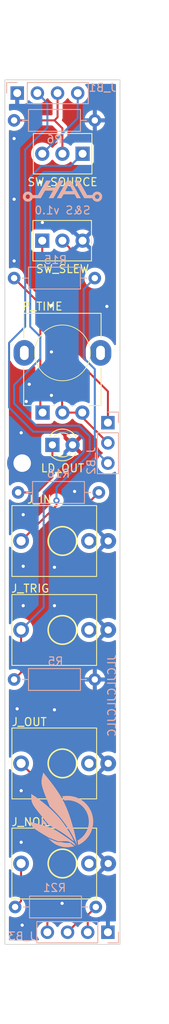
<source format=kicad_pcb>
(kicad_pcb (version 20211014) (generator pcbnew)
  (layers (0 "F.Cu" signal) (31 "B.Cu" signal) (34 "B.Paste" user) (35 "F.Paste" user) (36 "B.SilkS" user "B.Silkscreen") (37 "F.SilkS" user "F.Silkscreen") (38 "B.Mask" user) (39 "F.Mask" user) (44 "Edge.Cuts" user))
  (net 0 "")
  (net 1 "GND")
  (net 2 "Net-(J_NOISE1-PadSIG)")
  (net 3 "Net-(J_B3-Pad2)")
  (net 4 "Net-(J_B3-Pad3)")
  (net 5 "Net-(LD_OUT1-Pad1)")
  (net 6 "Net-(J_B2-Pad3)")
  (net 7 "Net-(J_B1-Pad3)")
  (net 8 "Net-(J_B1-Pad2)")
  (net 9 "Net-(J_IN1-PadSIG)")
  (net 10 "Net-(J_B1-Pad4)")
  (net 11 "Net-(J_B2-Pad2)")
  (net 12 "Net-(J_B2-Pad1)")
  (net 14 "Net-(J_B3-Pad4)")
  (net 18 "Net-(P_TIME1-Pad1)")
  (footprint "Eurorack:M2 Screw Hole" (layer "F.Cu") (at 30.734 85.979)
    (fp_text reference "REF**" hide)
    (fp_text value "M2 Screw Hole" hide)
    (pad "" thru_hole circle (at 0 0) (size 3.8 3.8) (drill 2.2) (layers *.Cu *.Mask) (net 1 "GND"))
  )
  (footprint "Eurorack:PJ301M-12" (layer "F.Cu") (at 35.803 123.698 90)
    (fp_text reference "J_OUT1" hide)
    (fp_text value "PJ301M-12" hide)
    (pad "GND" thru_hole circle (at 0 5.766 90) (size 2 2) (drill 0.9) (layers *.Cu *.Mask) (net 1 "GND"))
    (pad "SIG" thru_hole circle (at 0 -5.207 90) (size 2 2) (drill 1.15) (layers *.Cu *.Mask) (net 14 "Net-(J_B3-Pad4)"))
    (pad "SW" thru_hole circle (at 0 3.353 90) (size 2 2) (drill 1.14) (layers *.Cu *.Mask))
    (zone (net 0) (net_name "") (layer "F.Cu") (connect_pads (clearance 0)) (min_thickness 0.254)
      (keepout (tracks not_allowed) (vias not_allowed) (pads not_allowed) (copperpour not_allowed) (footprints allowed))
      (fill (thermal_gap 0.508) (thermal_bridge_width 0.508))
      (polygon (pts (xy 35.803 122.192859) (xy 35.557171 122.21307) (xy 35.317945 122.273159) (xy 35.091744 122.371514) (xy 34.884645 122.505492) (xy 34.70221 122.671496) (xy 34.549336 122.865068) (xy 34.430131 123.081008) (xy 34.347794 123.313518) (xy 34.304539 123.556354) (xy 34.301525 123.802993) (xy 34.338835 124.046813) (xy 34.415466 124.281266) (xy 34.52936 124.500054) (xy 34.677458 124.697303) (xy 34.855784 124.867714) (xy 35.059548 125.006712) (xy 35.283278 125.110564) (xy 35.520965 125.176481) (xy 35.766226 125.202692) (xy 36.012475 125.188493) (xy 36.253099 125.134266) (xy 36.481634 125.041468) (xy 36.691945 124.912589) (xy 36.878382 124.751092) (xy 37.035939 124.561313) (xy 37.160385 124.34835) (xy 37.248377 124.117921) (xy 37.297553 123.876215) (xy 37.306592 123.629722) (xy 37.27525 123.385064) (xy 37.20437 123.148809) (xy 37.095856 122.927303) (xy 36.952621 122.726495) (xy 36.778512 122.551777) (xy 36.578205 122.407842) (xy 36.357079 122.298555) (xy 36.121074 122.226851) (xy 35.876526 122.194656)))
    )
  )
  (footprint "Eurorack:SPDT" (layer "F.Cu") (at 35.803 47.117 -90)
    (fp_text reference "SW_SOURCE1" hide)
    (fp_text value "SW_SPDT")
    (pad "1" thru_hole rect (at 0 -2.54 270) (size 1.8 1.8) (drill 1) (layers *.Cu *.Mask) (net 9 "Net-(J_IN1-PadSIG)"))
    (pad "2" thru_hole circle (at 0 0 270) (size 1.8 1.8) (drill 1) (layers *.Cu *.Mask) (net 7 "Net-(J_B1-Pad3)"))
    (pad "3" thru_hole circle (at 0 2.54 270) (size 1.8 1.8) (drill 1) (layers *.Cu *.Mask) (net 10 "Net-(J_B1-Pad4)"))
  )
  (footprint "Eurorack:SPDT" (layer "F.Cu") (at 35.803 58.039 90)
    (fp_text reference "SW_SLEW1" hide)
    (fp_text value "SW_SPDT")
    (pad "1" thru_hole rect (at 0 -2.54 90) (size 1.8 1.8) (drill 1) (layers *.Cu *.Mask) (net 11 "Net-(J_B2-Pad2)"))
    (pad "2" thru_hole circle (at 0 0 90) (size 1.8 1.8) (drill 1) (layers *.Cu *.Mask) (net 12 "Net-(J_B2-Pad1)"))
    (pad "3" thru_hole circle (at 0 2.54 90) (size 1.8 1.8) (drill 1) (layers *.Cu *.Mask) (net 1 "GND"))
  )
  (footprint "Eurorack:PJ301M-12" (layer "F.Cu") (at 35.803 95.758 90)
    (fp_text reference "J_IN1" hide)
    (fp_text value "PJ301M-12" hide)
    (pad "GND" thru_hole circle (at 0 5.766 90) (size 2 2) (drill 0.9) (layers *.Cu *.Mask) (net 1 "GND"))
    (pad "SIG" thru_hole circle (at 0 -5.207 90) (size 2 2) (drill 1.15) (layers *.Cu *.Mask) (net 9 "Net-(J_IN1-PadSIG)"))
    (pad "SW" thru_hole circle (at 0 3.353 90) (size 2 2) (drill 1.14) (layers *.Cu *.Mask))
    (zone (net 0) (net_name "") (layer "F.Cu") (connect_pads (clearance 0)) (min_thickness 0.254)
      (keepout (tracks not_allowed) (vias not_allowed) (pads not_allowed) (copperpour not_allowed) (footprints allowed))
      (fill (thermal_gap 0.508) (thermal_bridge_width 0.508))
      (polygon (pts (xy 35.803 94.252859) (xy 35.557171 94.27307) (xy 35.317945 94.333159) (xy 35.091744 94.431514) (xy 34.884645 94.565492) (xy 34.70221 94.731496) (xy 34.549336 94.925068) (xy 34.430131 95.141008) (xy 34.347794 95.373518) (xy 34.304539 95.616354) (xy 34.301525 95.862993) (xy 34.338835 96.106813) (xy 34.415466 96.341266) (xy 34.52936 96.560054) (xy 34.677458 96.757303) (xy 34.855784 96.927714) (xy 35.059548 97.066712) (xy 35.283278 97.170564) (xy 35.520965 97.236481) (xy 35.766226 97.262692) (xy 36.012475 97.248493) (xy 36.253099 97.194266) (xy 36.481634 97.101468) (xy 36.691945 96.972589) (xy 36.878382 96.811092) (xy 37.035939 96.621313) (xy 37.160385 96.40835) (xy 37.248377 96.177921) (xy 37.297553 95.936215) (xy 37.306592 95.689722) (xy 37.27525 95.445064) (xy 37.20437 95.208809) (xy 37.095856 94.987303) (xy 36.952621 94.786495) (xy 36.778512 94.611777) (xy 36.578205 94.467842) (xy 36.357079 94.358555) (xy 36.121074 94.286851) (xy 35.876526 94.254656)))
    )
  )
  (footprint "Eurorack:Potentiometer Alpha RD901F-40-00D" (layer "F.Cu") (at 35.803 72.136 90)
    (fp_text reference "P_TIME1" hide)
    (fp_text value "A1M" hide)
    (pad "" thru_hole oval (at 0.0052 4.8 180) (size 2.72 3.24) (drill oval 1.1 1.8) (layers *.Cu *.Mask))
    (pad "" thru_hole oval (at 0.0052 -4.8 180) (size 2.72 3.24) (drill oval 1.1 1.8) (layers *.Cu *.Mask))
    (pad "1" thru_hole rect (at -7.4948 -2.5 180) (size 1.8 1.8) (drill 1) (layers *.Cu *.Mask) (net 18 "Net-(P_TIME1-Pad1)"))
    (pad "2" thru_hole circle (at -7.4948 0 180) (size 1.8 1.8) (drill 1) (layers *.Cu *.Mask) (net 11 "Net-(J_B2-Pad2)"))
    (pad "3" thru_hole circle (at -7.4948 2.5 180) (size 1.8 1.8) (drill 1) (layers *.Cu *.Mask) (net 11 "Net-(J_B2-Pad2)"))
  )
  (footprint "LED_THT:LED_D3.0mm_FlatTop" (layer "F.Cu") (at 34.539 83.693)
    (fp_text reference "LD_OUT1" hide)
    (fp_text value "LED (Bi)")
    (pad "1" thru_hole rect (at 0 0) (size 1.8 1.8) (drill 0.9) (layers *.Cu *.Mask) (net 5 "Net-(LD_OUT1-Pad1)"))
    (pad "2" thru_hole circle (at 2.54 0) (size 1.8 1.8) (drill 0.9) (layers *.Cu *.Mask) (net 1 "GND"))
  )
  (footprint "Eurorack:PJ301M-12" (layer "F.Cu") (at 35.803 136.271 90)
    (fp_text reference "J_NOISE1" hide)
    (fp_text value "PJ301M-12" hide)
    (pad "GND" thru_hole circle (at 0 5.766 90) (size 2 2) (drill 0.9) (layers *.Cu *.Mask) (net 1 "GND"))
    (pad "SIG" thru_hole circle (at 0 -5.207 90) (size 2 2) (drill 1.15) (layers *.Cu *.Mask) (net 2 "Net-(J_NOISE1-PadSIG)"))
    (pad "SW" thru_hole circle (at 0 3.353 90) (size 2 2) (drill 1.14) (layers *.Cu *.Mask))
    (zone (net 0) (net_name "") (layer "F.Cu") (connect_pads (clearance 0)) (min_thickness 0.254)
      (keepout (tracks not_allowed) (vias not_allowed) (pads not_allowed) (copperpour not_allowed) (footprints allowed))
      (fill (thermal_gap 0.508) (thermal_bridge_width 0.508))
      (polygon (pts (xy 35.803 134.765859) (xy 35.557171 134.78607) (xy 35.317945 134.846159) (xy 35.091744 134.944514) (xy 34.884645 135.078492) (xy 34.70221 135.244496) (xy 34.549336 135.438068) (xy 34.430131 135.654008) (xy 34.347794 135.886518) (xy 34.304539 136.129354) (xy 34.301525 136.375993) (xy 34.338835 136.619813) (xy 34.415466 136.854266) (xy 34.52936 137.073054) (xy 34.677458 137.270303) (xy 34.855784 137.440714) (xy 35.059548 137.579712) (xy 35.283278 137.683564) (xy 35.520965 137.749481) (xy 35.766226 137.775692) (xy 36.012475 137.761493) (xy 36.253099 137.707266) (xy 36.481634 137.614468) (xy 36.691945 137.485589) (xy 36.878382 137.324092) (xy 37.035939 137.134313) (xy 37.160385 136.92135) (xy 37.248377 136.690921) (xy 37.297553 136.449215) (xy 37.306592 136.202722) (xy 37.27525 135.958064) (xy 37.20437 135.721809) (xy 37.095856 135.500303) (xy 36.952621 135.299495) (xy 36.778512 135.124777) (xy 36.578205 134.980842) (xy 36.357079 134.871555) (xy 36.121074 134.799851) (xy 35.876526 134.767656)))
    )
  )
  (footprint "Eurorack:PJ301M-12" (layer "F.Cu") (at 35.803 106.934 90)
    (fp_text reference "J_TRIG1" hide)
    (fp_text value "PJ301M-12" hide)
    (pad "GND" thru_hole circle (at 0 5.766 90) (size 2 2) (drill 0.9) (layers *.Cu *.Mask) (net 1 "GND"))
    (pad "SIG" thru_hole circle (at 0 -5.207 90) (size 2 2) (drill 1.15) (layers *.Cu *.Mask) (net 8 "Net-(J_B1-Pad2)"))
    (pad "SW" thru_hole circle (at 0 3.353 90) (size 2 2) (drill 1.14) (layers *.Cu *.Mask))
    (zone (net 0) (net_name "") (layer "F.Cu") (connect_pads (clearance 0)) (min_thickness 0.254)
      (keepout (tracks not_allowed) (vias not_allowed) (pads not_allowed) (copperpour not_allowed) (footprints allowed))
      (fill (thermal_gap 0.508) (thermal_bridge_width 0.508))
      (polygon (pts (xy 35.803 105.428859) (xy 35.557171 105.44907) (xy 35.317945 105.509159) (xy 35.091744 105.607514) (xy 34.884645 105.741492) (xy 34.70221 105.907496) (xy 34.549336 106.101068) (xy 34.430131 106.317008) (xy 34.347794 106.549518) (xy 34.304539 106.792354) (xy 34.301525 107.038993) (xy 34.338835 107.282813) (xy 34.415466 107.517266) (xy 34.52936 107.736054) (xy 34.677458 107.933303) (xy 34.855784 108.103714) (xy 35.059548 108.242712) (xy 35.283278 108.346564) (xy 35.520965 108.412481) (xy 35.766226 108.438692) (xy 36.012475 108.424493) (xy 36.253099 108.370266) (xy 36.481634 108.277468) (xy 36.691945 108.148589) (xy 36.878382 107.987092) (xy 37.035939 107.797313) (xy 37.160385 107.58435) (xy 37.248377 107.353921) (xy 37.297553 107.112215) (xy 37.306592 106.865722) (xy 37.27525 106.621064) (xy 37.20437 106.384809) (xy 37.095856 106.163303) (xy 36.952621 105.962495) (xy 36.778512 105.787777) (xy 36.578205 105.643842) (xy 36.357079 105.534555) (xy 36.121074 105.462851) (xy 35.876526 105.430656)))
    )
  )
  (footprint "Connector_PinHeader_2.54mm:PinHeader_1x04_P2.54mm_Vertical" (layer "B.Cu") (at 41.529 144.907 90)
    (fp_text reference "J_B3" (at -0.508 -10.8458) (layer "B.SilkS") (effects (justify mirror)))
    (fp_text value "Conn_01x04_Female")
    (pad "1" thru_hole rect (at 0 0 90) (size 1.7 1.7) (drill 1) (layers *.Cu *.Mask) (net 1 "GND"))
    (pad "2" thru_hole oval (at 0 -2.54 90) (size 1.7 1.7) (drill 1) (layers *.Cu *.Mask) (net 3 "Net-(J_B3-Pad2)"))
    (pad "3" thru_hole oval (at 0 -5.08 90) (size 1.7 1.7) (drill 1) (layers *.Cu *.Mask) (net 4 "Net-(J_B3-Pad3)"))
    (pad "4" thru_hole oval (at 0 -7.62 90) (size 1.7 1.7) (drill 1) (layers *.Cu *.Mask) (net 14 "Net-(J_B3-Pad4)"))
  )
  (footprint "Connector_PinHeader_2.54mm:PinHeader_1x03_P2.54mm_Vertical" (layer "B.Cu") (at 41.529 80.899 180)
    (fp_text reference "J_B2" (at 2.1082 -4.8006 90) (layer "B.SilkS") (effects (justify mirror)))
    (fp_text value "Conn_01x03_Female")
    (pad "1" thru_hole rect (at 0 0 180) (size 1.7 1.7) (drill 1) (layers *.Cu *.Mask) (net 12 "Net-(J_B2-Pad1)"))
    (pad "2" thru_hole oval (at 0 -2.54 180) (size 1.7 1.7) (drill 1) (layers *.Cu *.Mask) (net 11 "Net-(J_B2-Pad2)"))
    (pad "3" thru_hole oval (at 0 -5.08 180) (size 1.7 1.7) (drill 1) (layers *.Cu *.Mask) (net 6 "Net-(J_B2-Pad3)"))
  )
  (footprint "Connector_PinHeader_2.54mm:PinHeader_1x04_P2.54mm_Vertical" (layer "B.Cu") (at 30.109 39.497 -90)
    (fp_text reference "J_B1" (at -0.6858 -10.7342 180) (layer "B.SilkS") (effects (justify mirror)))
    (fp_text value "Conn_01x04_Female")
    (pad "1" thru_hole rect (at 0 0 270) (size 1.7 1.7) (drill 1) (layers *.Cu *.Mask) (net 1 "GND"))
    (pad "2" thru_hole oval (at 0 -2.54 270) (size 1.7 1.7) (drill 1) (layers *.Cu *.Mask) (net 8 "Net-(J_B1-Pad2)"))
    (pad "3" thru_hole oval (at 0 -5.08 270) (size 1.7 1.7) (drill 1) (layers *.Cu *.Mask) (net 7 "Net-(J_B1-Pad3)"))
    (pad "4" thru_hole oval (at 0 -7.62 270) (size 1.7 1.7) (drill 1) (layers *.Cu *.Mask) (net 10 "Net-(J_B1-Pad4)"))
  )
  (footprint "Resistor_THT:R_Axial_DIN0207_L6.3mm_D2.5mm_P10.16mm_Horizontal" (layer "B.Cu") (at 29.845 141.732)
    (fp_text reference "R21" (at 4.953 -2.413) (layer "B.SilkS") (effects (justify mirror)))
    (fp_text value "1k")
    (pad "1" thru_hole circle (at 0 0) (size 1.6 1.6) (drill 0.8) (layers *.Cu *.Mask) (net 2 "Net-(J_NOISE1-PadSIG)"))
    (pad "2" thru_hole oval (at 10.16 0) (size 1.6 1.6) (drill 0.8) (layers *.Cu *.Mask) (net 3 "Net-(J_B3-Pad2)"))
  )
  (footprint "Resistor_THT:R_Axial_DIN0207_L6.3mm_D2.5mm_P10.16mm_Horizontal" (layer "B.Cu") (at 29.718 113.157)
    (fp_text reference "R5" (at 5.207 -2.286) (layer "B.SilkS") (effects (justify mirror)))
    (fp_text value "100k")
    (pad "1" thru_hole circle (at 0 0) (size 1.6 1.6) (drill 0.8) (layers *.Cu *.Mask) (net 8 "Net-(J_B1-Pad2)"))
    (pad "2" thru_hole oval (at 10.16 0) (size 1.6 1.6) (drill 0.8) (layers *.Cu *.Mask) (net 1 "GND"))
  )
  (footprint "Logos:Avalon Harmonics Small 10mm" (layer "B.Cu") (at 35.814 51.816 180)
    (fp_text reference "G***" hide)
    (fp_text value "LOGO" hide)
  )
  (footprint "Resistor_THT:R_Axial_DIN0207_L6.3mm_D2.5mm_P10.16mm_Horizontal" (layer "B.Cu") (at 40.386 89.662 180)
    (fp_text reference "R16" (at 5.08 2.37) (layer "B.SilkS") (effects (justify mirror)))
    (fp_text value "1k")
    (pad "1" thru_hole circle (at 0 0 180) (size 1.6 1.6) (drill 0.8) (layers *.Cu *.Mask) (net 4 "Net-(J_B3-Pad3)"))
    (pad "2" thru_hole oval (at 10.16 0 180) (size 1.6 1.6) (drill 0.8) (layers *.Cu *.Mask) (net 5 "Net-(LD_OUT1-Pad1)"))
  )
  (footprint "Resistor_THT:R_Axial_DIN0207_L6.3mm_D2.5mm_P10.16mm_Horizontal" (layer "B.Cu") (at 29.718 42.926)
    (fp_text reference "R6" (at 5.08 2.37) (layer "B.SilkS") (effects (justify mirror)))
    (fp_text value "100k")
    (pad "1" thru_hole circle (at 0 0) (size 1.6 1.6) (drill 0.8) (layers *.Cu *.Mask) (net 7 "Net-(J_B1-Pad3)"))
    (pad "2" thru_hole oval (at 10.16 0) (size 1.6 1.6) (drill 0.8) (layers *.Cu *.Mask) (net 1 "GND"))
  )
  (footprint "Resistor_THT:R_Axial_DIN0207_L6.3mm_D2.5mm_P10.16mm_Horizontal" (layer "B.Cu") (at 29.718 62.738)
    (fp_text reference "R15" (at 5.207 -2.286) (layer "B.SilkS") (effects (justify mirror)))
    (fp_text value "330")
    (pad "1" thru_hole circle (at 0 0) (size 1.6 1.6) (drill 0.8) (layers *.Cu *.Mask) (net 18 "Net-(P_TIME1-Pad1)"))
    (pad "2" thru_hole oval (at 10.16 0) (size 1.6 1.6) (drill 0.8) (layers *.Cu *.Mask) (net 6 "Net-(J_B2-Pad3)"))
  )
  (footprint "Logos:Avali Logo 8mm" (layer "B.Cu") (at 35.687 129.54 180)
    (fp_text reference "G***" hide)
    (fp_text value "LOGO" hide)
  )
  (gr_rect (start 28.553 37.831) (end 43.053 146.431) (layer "Edge.Cuts") (width 0.1) (fill none))
  (gr_text "S&S v1.0" (at 35.814 54.229) (layer "B.SilkS") (effects (font (size 1 1)) (justify mirror)))
  (gr_text "JLCJLCJLCJLC" (at 42.037 115.189 90) (layer "B.SilkS") (effects (font (size 1 1)) (justify mirror)))
  (gr_text "J_NOISE" (at 32.385 131.064) (layer "F.SilkS") (effects (font (size 1 1))))
  (gr_text "LD_OUT" (at 35.809117 86.614) (layer "F.SilkS") (effects (font (size 1 1))))
  (gr_text "SW_SLEW" (at 35.814 61.595) (layer "F.SilkS") (effects (font (size 1 1))))
  (gr_text "J_IN" (at 32.893 90.551) (layer "F.SilkS") (effects (font (size 1 1))))
  (gr_text "P_TIME" (at 33.274 66.294) (layer "F.SilkS") (effects (font (size 1 1))))
  (gr_text "J_OUT" (at 31.623 118.491) (layer "F.SilkS") (effects (font (size 1 1))))
  (gr_text "SW_SOURCE" (at 35.814 50.673) (layer "F.SilkS") (effects (font (size 1 1))))
  (gr_text "J_TRIG" (at 31.75 101.727) (layer "F.SilkS") (effects (font (size 1 1))))
  (via (at 41.402 66.294) (size 0.8) (drill 0.4) (layers "F.Cu" "B.Cu") (net 1))
  (via (at 30.861 103.886) (size 0.8) (drill 0.4) (layers "F.Cu" "B.Cu") (net 1))
  (via (at 30.861 92.456) (size 0.8) (drill 0.4) (layers "F.Cu" "B.Cu") (net 1))
  (via (at 30.099 116.84) (size 0.8) (drill 0.4) (layers "F.Cu" "B.Cu") (net 1))
  (via (at 30.607 82.169) (size 0.8) (drill 0.4) (layers "F.Cu" "B.Cu") (net 1))
  (via (at 29.718 45.212) (size 0.8) (drill 0.4) (layers "F.Cu" "B.Cu") (net 1))
  (via (at 33.274 55.753) (size 0.8) (drill 0.4) (layers "F.Cu" "B.Cu") (net 1))
  (via (at 30.861 98.933) (size 0.8) (drill 0.4) (layers "F.Cu" "B.Cu") (net 1))
  (via (at 34.798 103.886) (size 0.8) (drill 0.4) (layers "F.Cu" "B.Cu") (net 1))
  (via (at 34.417 72.009) (size 0.8) (drill 0.4) (layers "F.Cu" "B.Cu") (net 1))
  (via (at 34.798 116.967) (size 0.8) (drill 0.4) (layers "F.Cu" "B.Cu") (net 1))
  (via (at 29.718 60.579) (size 0.8) (drill 0.4) (layers "F.Cu" "B.Cu") (net 1))
  (via (at 31.242 78.232) (size 0.8) (drill 0.4) (layers "F.Cu" "B.Cu") (net 1))
  (via (at 35.7632 141.2748) (size 0.8) (drill 0.4) (layers "F.Cu" "B.Cu") (net 1))
  (via (at 30.607 127.127) (size 0.8) (drill 0.4) (layers "F.Cu" "B.Cu") (net 1))
  (via (at 33.02 50.673) (size 0.8) (drill 0.4) (layers "F.Cu" "B.Cu") (net 1))
  (via (at 29.718 52.832) (size 0.8) (drill 0.4) (layers "F.Cu" "B.Cu") (net 1))
  (via (at 37.338 89.535) (size 0.8) (drill 0.4) (layers "F.Cu" "B.Cu") (net 1))
  (via (at 34.417 66.167) (size 0.8) (drill 0.4) (layers "F.Cu" "B.Cu") (net 1))
  (via (at 30.607 133.604) (size 0.8) (drill 0.4) (layers "F.Cu" "B.Cu") (net 1))
  (via (at 34.417 77.47) (size 0.8) (drill 0.4) (layers "F.Cu" "B.Cu") (net 1))
  (via (at 30.734 144.018) (size 0.8) (drill 0.4) (layers "F.Cu" "B.Cu") (net 1))
  (via (at 34.798 99.06) (size 0.8) (drill 0.4) (layers "F.Cu" "B.Cu") (net 1))
  (via (at 31.623 76.073) (size 0.8) (drill 0.4) (layers "F.Cu" "B.Cu") (net 1))
  (segment (start 30.596 136.271) (end 30.596 140.981) (width 0.25) (layer "F.Cu") (net 2))
  (segment (start 30.596 140.981) (end 29.845 141.732) (width 0.25) (layer "F.Cu") (net 2))
  (segment (start 38.989 142.748) (end 40.005 141.732) (width 0.25) (layer "F.Cu") (net 3))
  (segment (start 38.989 144.907) (end 38.989 142.748) (width 0.25) (layer "F.Cu") (net 3))
  (segment (start 37.4904 143.8656) (end 37.4904 92.5576) (width 0.25) (layer "F.Cu") (net 4))
  (segment (start 37.4904 92.5576) (end 40.386 89.662) (width 0.25) (layer "F.Cu") (net 4))
  (segment (start 36.449 144.907) (end 37.4904 143.8656) (width 0.25) (layer "F.Cu") (net 4))
  (segment (start 32.639 89.662) (end 34.539 87.762) (width 0.25) (layer "F.Cu") (net 5))
  (segment (start 34.539 87.762) (end 34.539 83.693) (width 0.25) (layer "F.Cu") (net 5))
  (segment (start 30.226 89.662) (end 32.639 89.662) (width 0.25) (layer "F.Cu") (net 5))
  (segment (start 41.529 85.979) (end 39.878 84.328) (width 0.25) (layer "B.Cu") (net 6))
  (segment (start 39.878 84.328) (end 39.878 74.168) (width 0.25) (layer "B.Cu") (net 6))
  (segment (start 39.878 74.168) (end 38.481 72.771) (width 0.25) (layer "B.Cu") (net 6))
  (segment (start 38.481 72.771) (end 38.481 64.135) (width 0.25) (layer "B.Cu") (net 6))
  (segment (start 38.481 64.135) (end 39.878 62.738) (width 0.25) (layer "B.Cu") (net 6))
  (segment (start 29.718 42.926) (end 34.798 42.926) (width 0.25) (layer "F.Cu") (net 7))
  (segment (start 35.189 39.497) (end 35.189 42.535) (width 0.25) (layer "F.Cu") (net 7))
  (segment (start 34.798 42.926) (end 35.803 43.931) (width 0.25) (layer "F.Cu") (net 7))
  (segment (start 35.189 42.535) (end 34.798 42.926) (width 0.25) (layer "F.Cu") (net 7))
  (segment (start 35.803 43.931) (end 35.803 47.117) (width 0.25) (layer "F.Cu") (net 7))
  (segment (start 30.596 106.934) (end 30.596 112.279) (width 0.25) (layer "F.Cu") (net 8))
  (segment (start 30.596 112.279) (end 29.718 113.157) (width 0.25) (layer "F.Cu") (net 8))
  (segment (start 33.438489 89.624511) (end 38.481 84.582) (width 0.25) (layer "B.Cu") (net 8))
  (segment (start 30.596 106.934) (end 33.438489 104.091511) (width 0.25) (layer "B.Cu") (net 8))
  (segment (start 33.909 43.815) (end 33.909 40.757) (width 0.25) (layer "B.Cu") (net 8))
  (segment (start 31.115 68.834) (end 31.115 46.609) (width 0.25) (layer "B.Cu") (net 8))
  (segment (start 38.481 84.582) (end 38.481 82.931) (width 0.25) (layer "B.Cu") (net 8))
  (segment (start 32.131 82.042) (end 29.083 78.994) (width 0.25) (layer "B.Cu") (net 8))
  (segment (start 38.481 82.931) (end 37.592 82.042) (width 0.25) (layer "B.Cu") (net 8))
  (segment (start 29.083 70.866) (end 31.115 68.834) (width 0.25) (layer "B.Cu") (net 8))
  (segment (start 33.438489 104.091511) (end 33.438489 89.624511) (width 0.25) (layer "B.Cu") (net 8))
  (segment (start 29.083 78.994) (end 29.083 70.866) (width 0.25) (layer "B.Cu") (net 8))
  (segment (start 37.592 82.042) (end 32.131 82.042) (width 0.25) (layer "B.Cu") (net 8))
  (segment (start 31.115 46.609) (end 33.909 43.815) (width 0.25) (layer "B.Cu") (net 8))
  (segment (start 33.909 40.757) (end 32.649 39.497) (width 0.25) (layer "B.Cu") (net 8))
  (segment (start 35.052 91.302) (end 30.596 95.758) (width 0.25) (layer "F.Cu") (net 9))
  (segment (start 35.052 90.678) (end 35.052 91.302) (width 0.25) (layer "F.Cu") (net 9))
  (via (at 35.052 90.678) (size 0.8) (drill 0.4) (layers "F.Cu" "B.Cu") (net 9))
  (segment (start 29.718 78.483822) (end 29.718 76.162889) (width 0.25) (layer "B.Cu") (net 9))
  (segment (start 29.718 76.162889) (end 33.02 72.860889) (width 0.25) (layer "B.Cu") (net 9))
  (segment (start 35.052 89.027) (end 39.243 84.836) (width 0.25) (layer "B.Cu") (net 9))
  (segment (start 37.9095 81.28) (end 32.514178 81.28) (width 0.25) (layer "B.Cu") (net 9))
  (segment (start 33.02 72.860889) (end 33.02 70.104) (width 0.25) (layer "B.Cu") (net 9))
  (segment (start 39.243 84.836) (end 39.243 82.6135) (width 0.25) (layer "B.Cu") (net 9))
  (segment (start 31.75 50.038) (end 33.147 48.641) (width 0.25) (layer "B.Cu") (net 9))
  (segment (start 39.243 82.6135) (end 37.9095 81.28) (width 0.25) (layer "B.Cu") (net 9))
  (segment (start 32.514178 81.28) (end 29.718 78.483822) (width 0.25) (layer "B.Cu") (net 9))
  (segment (start 31.75 68.834) (end 31.75 50.038) (width 0.25) (layer "B.Cu") (net 9))
  (segment (start 35.052 90.678) (end 35.052 89.027) (width 0.25) (layer "B.Cu") (net 9))
  (segment (start 36.819 48.641) (end 38.343 47.117) (width 0.25) (layer "B.Cu") (net 9))
  (segment (start 33.02 70.104) (end 31.75 68.834) (width 0.25) (layer "B.Cu") (net 9))
  (segment (start 33.147 48.641) (end 36.819 48.641) (width 0.25) (layer "B.Cu") (net 9))
  (segment (start 37.729 39.497) (end 37.729 42.651) (width 0.25) (layer "B.Cu") (net 10))
  (segment (start 37.729 42.651) (end 33.580859 46.799141) (width 0.25) (layer "B.Cu") (net 10))
  (segment (start 41.529 83.439) (end 38.314 80.224) (width 0.25) (layer "F.Cu") (net 11))
  (segment (start 35.763 64.592) (end 33.263 62.092) (width 0.25) (layer "F.Cu") (net 11))
  (segment (start 38.314 80.224) (end 38.314 79.6308) (width 0.25) (layer "F.Cu") (net 11))
  (segment (start 35.814 79.6308) (end 35.763 79.5798) (width 0.25) (layer "F.Cu") (net 11))
  (segment (start 35.763 79.5798) (end 35.763 64.592) (width 0.25) (layer "F.Cu") (net 11))
  (segment (start 33.263 62.092) (end 33.263 58.039) (width 0.25) (layer "F.Cu") (net 11))
  (segment (start 35.814 79.6308) (end 38.314 79.6308) (width 0.25) (layer "F.Cu") (net 11))
  (segment (start 36.703 72.136) (end 41.529 76.962) (width 0.25) (layer "F.Cu") (net 12))
  (segment (start 41.529 76.962) (end 41.529 80.899) (width 0.25) (layer "F.Cu") (net 12))
  (segment (start 36.703 58.939) (end 36.703 72.136) (width 0.25) (layer "F.Cu") (net 12))
  (segment (start 35.803 58.039) (end 36.703 58.939) (width 0.25) (layer "F.Cu") (net 12))
  (segment (start 33.909 144.907) (end 33.909 127.011) (width 0.25) (layer "F.Cu") (net 14))
  (segment (start 33.909 127.011) (end 30.596 123.698) (width 0.25) (layer "F.Cu") (net 14))
  (segment (start 33.02 66.04) (end 33.02 79.3368) (width 0.25) (layer "F.Cu") (net 18))
  (segment (start 33.02 79.3368) (end 33.314 79.6308) (width 0.25) (layer "F.Cu") (net 18))
  (segment (start 29.718 62.738) (end 33.02 66.04) (width 0.25) (layer "F.Cu") (net 18))
  (zone (net 1) (net_name "GND") (layer "F.Cu") (connect_pads (clearance 0.508)) (min_thickness 0.254) (fill yes (thermal_gap 0.508) (thermal_bridge_width 0.508))
    (polygon (pts (xy 43.688 146.939) (xy 27.94 146.939) (xy 27.94 37.338) (xy 43.688 37.338)))
  )
  (zone (net 1) (net_name "GND") (layer "B.Cu") (connect_pads (clearance 0.508)) (min_thickness 0.254) (fill yes (thermal_gap 0.508) (thermal_bridge_width 0.508))
    (polygon (pts (xy 43.688 146.939) (xy 27.94 146.939) (xy 27.94 37.338) (xy 43.688 37.338)))
  )
)
</source>
